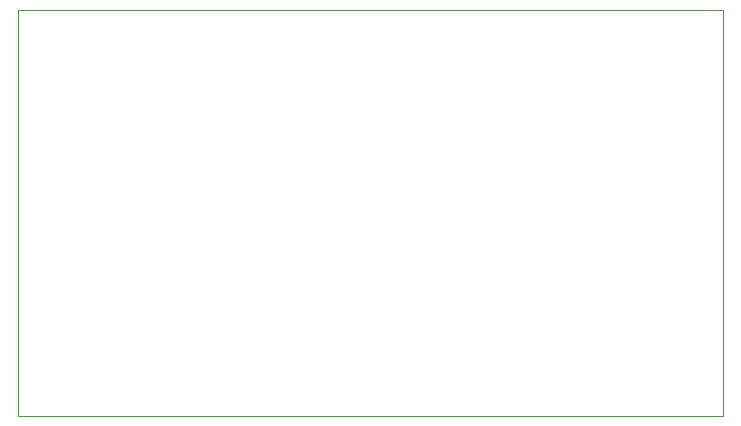
<source format=gbr>
G04 #@! TF.GenerationSoftware,KiCad,Pcbnew,(5.1.0-0)*
G04 #@! TF.CreationDate,2019-04-18T08:47:42-07:00*
G04 #@! TF.ProjectId,Nixie_WiFi,4e697869-655f-4576-9946-692e6b696361,rev?*
G04 #@! TF.SameCoordinates,PX6f6d640PY68353f0*
G04 #@! TF.FileFunction,Profile,NP*
%FSLAX46Y46*%
G04 Gerber Fmt 4.6, Leading zero omitted, Abs format (unit mm)*
G04 Created by KiCad (PCBNEW (5.1.0-0)) date 2019-04-18 08:47:42*
%MOMM*%
%LPD*%
G04 APERTURE LIST*
%ADD10C,0.050000*%
G04 APERTURE END LIST*
D10*
X59690000Y34340000D02*
X59690000Y50000D01*
X0Y34340000D02*
X0Y50000D01*
X0Y34340000D02*
X59690000Y34340000D01*
X0Y0D02*
X59690000Y0D01*
M02*

</source>
